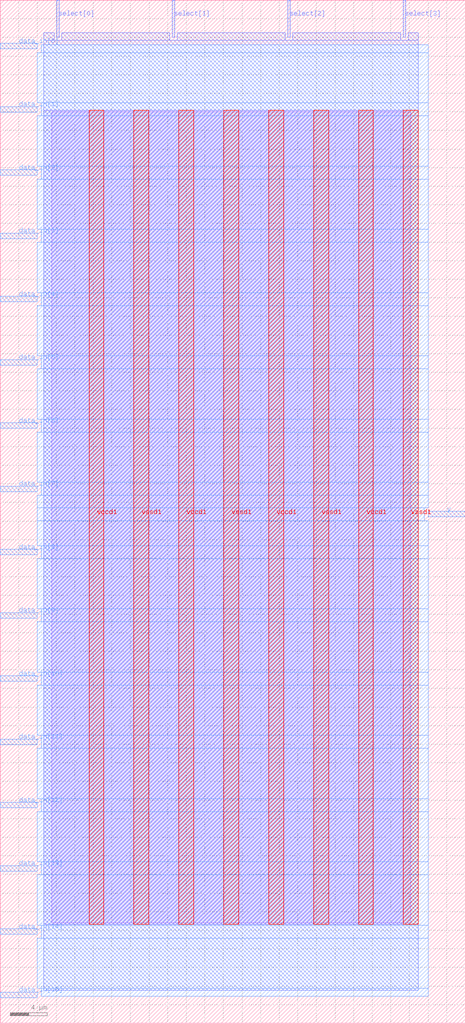
<source format=lef>
VERSION 5.7 ;
  NOWIREEXTENSIONATPIN ON ;
  DIVIDERCHAR "/" ;
  BUSBITCHARS "[]" ;
MACRO mux16x1_project
  CLASS BLOCK ;
  FOREIGN mux16x1_project ;
  ORIGIN 0.000 0.000 ;
  SIZE 50.000 BY 110.000 ;
  PIN data_in[0]
    DIRECTION INPUT ;
    USE SIGNAL ;
    ANTENNAGATEAREA 0.196500 ;
    PORT
      LAYER met3 ;
        RECT 0.000 104.760 4.000 105.360 ;
    END
  END data_in[0]
  PIN data_in[10]
    DIRECTION INPUT ;
    USE SIGNAL ;
    ANTENNAGATEAREA 0.196500 ;
    PORT
      LAYER met3 ;
        RECT 0.000 36.760 4.000 37.360 ;
    END
  END data_in[10]
  PIN data_in[11]
    DIRECTION INPUT ;
    USE SIGNAL ;
    ANTENNAGATEAREA 0.196500 ;
    PORT
      LAYER met3 ;
        RECT 0.000 29.960 4.000 30.560 ;
    END
  END data_in[11]
  PIN data_in[12]
    DIRECTION INPUT ;
    USE SIGNAL ;
    ANTENNAGATEAREA 0.196500 ;
    PORT
      LAYER met3 ;
        RECT 0.000 23.160 4.000 23.760 ;
    END
  END data_in[12]
  PIN data_in[13]
    DIRECTION INPUT ;
    USE SIGNAL ;
    ANTENNAGATEAREA 0.196500 ;
    PORT
      LAYER met3 ;
        RECT 0.000 16.360 4.000 16.960 ;
    END
  END data_in[13]
  PIN data_in[14]
    DIRECTION INPUT ;
    USE SIGNAL ;
    ANTENNAGATEAREA 0.196500 ;
    PORT
      LAYER met3 ;
        RECT 0.000 9.560 4.000 10.160 ;
    END
  END data_in[14]
  PIN data_in[15]
    DIRECTION INPUT ;
    USE SIGNAL ;
    ANTENNAGATEAREA 0.196500 ;
    PORT
      LAYER met3 ;
        RECT 0.000 2.760 4.000 3.360 ;
    END
  END data_in[15]
  PIN data_in[1]
    DIRECTION INPUT ;
    USE SIGNAL ;
    ANTENNAGATEAREA 0.196500 ;
    PORT
      LAYER met3 ;
        RECT 0.000 97.960 4.000 98.560 ;
    END
  END data_in[1]
  PIN data_in[2]
    DIRECTION INPUT ;
    USE SIGNAL ;
    ANTENNAGATEAREA 0.196500 ;
    PORT
      LAYER met3 ;
        RECT 0.000 91.160 4.000 91.760 ;
    END
  END data_in[2]
  PIN data_in[3]
    DIRECTION INPUT ;
    USE SIGNAL ;
    ANTENNAGATEAREA 0.196500 ;
    PORT
      LAYER met3 ;
        RECT 0.000 84.360 4.000 84.960 ;
    END
  END data_in[3]
  PIN data_in[4]
    DIRECTION INPUT ;
    USE SIGNAL ;
    ANTENNAGATEAREA 0.196500 ;
    PORT
      LAYER met3 ;
        RECT 0.000 77.560 4.000 78.160 ;
    END
  END data_in[4]
  PIN data_in[5]
    DIRECTION INPUT ;
    USE SIGNAL ;
    ANTENNAGATEAREA 0.196500 ;
    PORT
      LAYER met3 ;
        RECT 0.000 70.760 4.000 71.360 ;
    END
  END data_in[5]
  PIN data_in[6]
    DIRECTION INPUT ;
    USE SIGNAL ;
    ANTENNAGATEAREA 0.196500 ;
    PORT
      LAYER met3 ;
        RECT 0.000 63.960 4.000 64.560 ;
    END
  END data_in[6]
  PIN data_in[7]
    DIRECTION INPUT ;
    USE SIGNAL ;
    ANTENNAGATEAREA 0.196500 ;
    PORT
      LAYER met3 ;
        RECT 0.000 57.160 4.000 57.760 ;
    END
  END data_in[7]
  PIN data_in[8]
    DIRECTION INPUT ;
    USE SIGNAL ;
    ANTENNAGATEAREA 0.196500 ;
    PORT
      LAYER met3 ;
        RECT 0.000 50.360 4.000 50.960 ;
    END
  END data_in[8]
  PIN data_in[9]
    DIRECTION INPUT ;
    USE SIGNAL ;
    ANTENNAGATEAREA 0.196500 ;
    PORT
      LAYER met3 ;
        RECT 0.000 43.560 4.000 44.160 ;
    END
  END data_in[9]
  PIN select[0]
    DIRECTION INPUT ;
    USE SIGNAL ;
    ANTENNAGATEAREA 0.213000 ;
    PORT
      LAYER met2 ;
        RECT 6.070 106.000 6.350 110.000 ;
    END
  END select[0]
  PIN select[1]
    DIRECTION INPUT ;
    USE SIGNAL ;
    ANTENNAGATEAREA 0.159000 ;
    PORT
      LAYER met2 ;
        RECT 18.490 106.000 18.770 110.000 ;
    END
  END select[1]
  PIN select[2]
    DIRECTION INPUT ;
    USE SIGNAL ;
    ANTENNAGATEAREA 0.213000 ;
    PORT
      LAYER met2 ;
        RECT 30.910 106.000 31.190 110.000 ;
    END
  END select[2]
  PIN select[3]
    DIRECTION INPUT ;
    USE SIGNAL ;
    ANTENNAGATEAREA 0.196500 ;
    PORT
      LAYER met2 ;
        RECT 43.330 106.000 43.610 110.000 ;
    END
  END select[3]
  PIN vccd1
    DIRECTION INOUT ;
    USE POWER ;
    PORT
      LAYER met4 ;
        RECT 9.550 10.640 11.150 98.160 ;
    END
    PORT
      LAYER met4 ;
        RECT 19.210 10.640 20.810 98.160 ;
    END
    PORT
      LAYER met4 ;
        RECT 28.870 10.640 30.470 98.160 ;
    END
    PORT
      LAYER met4 ;
        RECT 38.530 10.640 40.130 98.160 ;
    END
  END vccd1
  PIN vssd1
    DIRECTION INOUT ;
    USE GROUND ;
    PORT
      LAYER met4 ;
        RECT 14.380 10.640 15.980 98.160 ;
    END
    PORT
      LAYER met4 ;
        RECT 24.040 10.640 25.640 98.160 ;
    END
    PORT
      LAYER met4 ;
        RECT 33.700 10.640 35.300 98.160 ;
    END
    PORT
      LAYER met4 ;
        RECT 43.360 10.640 44.960 98.160 ;
    END
  END vssd1
  PIN y
    DIRECTION OUTPUT TRISTATE ;
    USE SIGNAL ;
    ANTENNADIFFAREA 2.673000 ;
    PORT
      LAYER met3 ;
        RECT 46.000 54.440 50.000 55.040 ;
    END
  END y
  OBS
      LAYER li1 ;
        RECT 5.520 10.795 44.160 98.005 ;
      LAYER met1 ;
        RECT 4.670 10.640 44.960 98.160 ;
      LAYER met2 ;
        RECT 4.690 105.720 5.790 106.490 ;
        RECT 6.630 105.720 18.210 106.490 ;
        RECT 19.050 105.720 30.630 106.490 ;
        RECT 31.470 105.720 43.050 106.490 ;
        RECT 43.890 105.720 44.930 106.490 ;
        RECT 4.690 3.555 44.930 105.720 ;
      LAYER met3 ;
        RECT 4.400 104.360 46.000 105.225 ;
        RECT 4.000 98.960 46.000 104.360 ;
        RECT 4.400 97.560 46.000 98.960 ;
        RECT 4.000 92.160 46.000 97.560 ;
        RECT 4.400 90.760 46.000 92.160 ;
        RECT 4.000 85.360 46.000 90.760 ;
        RECT 4.400 83.960 46.000 85.360 ;
        RECT 4.000 78.560 46.000 83.960 ;
        RECT 4.400 77.160 46.000 78.560 ;
        RECT 4.000 71.760 46.000 77.160 ;
        RECT 4.400 70.360 46.000 71.760 ;
        RECT 4.000 64.960 46.000 70.360 ;
        RECT 4.400 63.560 46.000 64.960 ;
        RECT 4.000 58.160 46.000 63.560 ;
        RECT 4.400 56.760 46.000 58.160 ;
        RECT 4.000 55.440 46.000 56.760 ;
        RECT 4.000 54.040 45.600 55.440 ;
        RECT 4.000 51.360 46.000 54.040 ;
        RECT 4.400 49.960 46.000 51.360 ;
        RECT 4.000 44.560 46.000 49.960 ;
        RECT 4.400 43.160 46.000 44.560 ;
        RECT 4.000 37.760 46.000 43.160 ;
        RECT 4.400 36.360 46.000 37.760 ;
        RECT 4.000 30.960 46.000 36.360 ;
        RECT 4.400 29.560 46.000 30.960 ;
        RECT 4.000 24.160 46.000 29.560 ;
        RECT 4.400 22.760 46.000 24.160 ;
        RECT 4.000 17.360 46.000 22.760 ;
        RECT 4.400 15.960 46.000 17.360 ;
        RECT 4.000 10.560 46.000 15.960 ;
        RECT 4.400 9.160 46.000 10.560 ;
        RECT 4.000 3.760 46.000 9.160 ;
        RECT 4.400 2.910 46.000 3.760 ;
  END
END mux16x1_project
END LIBRARY


</source>
